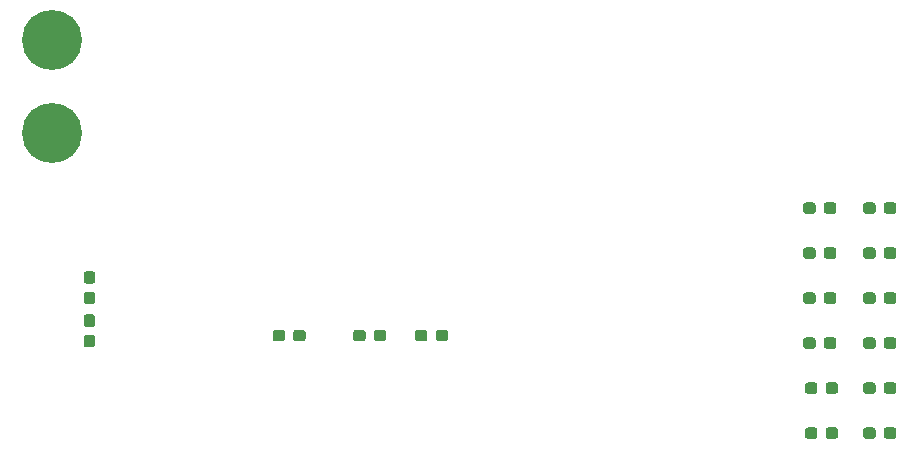
<source format=gbr>
G04 #@! TF.GenerationSoftware,KiCad,Pcbnew,(5.0.0)*
G04 #@! TF.CreationDate,2019-09-27T20:42:56-05:00*
G04 #@! TF.ProjectId,RaspberryPiBreakout_Hardware,5261737062657272795069427265616B,rev?*
G04 #@! TF.SameCoordinates,Original*
G04 #@! TF.FileFunction,Paste,Top*
G04 #@! TF.FilePolarity,Positive*
%FSLAX46Y46*%
G04 Gerber Fmt 4.6, Leading zero omitted, Abs format (unit mm)*
G04 Created by KiCad (PCBNEW (5.0.0)) date 09/27/19 20:42:56*
%MOMM*%
%LPD*%
G01*
G04 APERTURE LIST*
%ADD10C,0.100000*%
%ADD11C,0.950000*%
%ADD12C,5.080000*%
G04 APERTURE END LIST*
D10*
G04 #@! TO.C,C1*
G36*
X117940779Y-105571144D02*
X117963834Y-105574563D01*
X117986443Y-105580227D01*
X118008387Y-105588079D01*
X118029457Y-105598044D01*
X118049448Y-105610026D01*
X118068168Y-105623910D01*
X118085438Y-105639562D01*
X118101090Y-105656832D01*
X118114974Y-105675552D01*
X118126956Y-105695543D01*
X118136921Y-105716613D01*
X118144773Y-105738557D01*
X118150437Y-105761166D01*
X118153856Y-105784221D01*
X118155000Y-105807500D01*
X118155000Y-106282500D01*
X118153856Y-106305779D01*
X118150437Y-106328834D01*
X118144773Y-106351443D01*
X118136921Y-106373387D01*
X118126956Y-106394457D01*
X118114974Y-106414448D01*
X118101090Y-106433168D01*
X118085438Y-106450438D01*
X118068168Y-106466090D01*
X118049448Y-106479974D01*
X118029457Y-106491956D01*
X118008387Y-106501921D01*
X117986443Y-106509773D01*
X117963834Y-106515437D01*
X117940779Y-106518856D01*
X117917500Y-106520000D01*
X117342500Y-106520000D01*
X117319221Y-106518856D01*
X117296166Y-106515437D01*
X117273557Y-106509773D01*
X117251613Y-106501921D01*
X117230543Y-106491956D01*
X117210552Y-106479974D01*
X117191832Y-106466090D01*
X117174562Y-106450438D01*
X117158910Y-106433168D01*
X117145026Y-106414448D01*
X117133044Y-106394457D01*
X117123079Y-106373387D01*
X117115227Y-106351443D01*
X117109563Y-106328834D01*
X117106144Y-106305779D01*
X117105000Y-106282500D01*
X117105000Y-105807500D01*
X117106144Y-105784221D01*
X117109563Y-105761166D01*
X117115227Y-105738557D01*
X117123079Y-105716613D01*
X117133044Y-105695543D01*
X117145026Y-105675552D01*
X117158910Y-105656832D01*
X117174562Y-105639562D01*
X117191832Y-105623910D01*
X117210552Y-105610026D01*
X117230543Y-105598044D01*
X117251613Y-105588079D01*
X117273557Y-105580227D01*
X117296166Y-105574563D01*
X117319221Y-105571144D01*
X117342500Y-105570000D01*
X117917500Y-105570000D01*
X117940779Y-105571144D01*
X117940779Y-105571144D01*
G37*
D11*
X117630000Y-106045000D03*
D10*
G36*
X119690779Y-105571144D02*
X119713834Y-105574563D01*
X119736443Y-105580227D01*
X119758387Y-105588079D01*
X119779457Y-105598044D01*
X119799448Y-105610026D01*
X119818168Y-105623910D01*
X119835438Y-105639562D01*
X119851090Y-105656832D01*
X119864974Y-105675552D01*
X119876956Y-105695543D01*
X119886921Y-105716613D01*
X119894773Y-105738557D01*
X119900437Y-105761166D01*
X119903856Y-105784221D01*
X119905000Y-105807500D01*
X119905000Y-106282500D01*
X119903856Y-106305779D01*
X119900437Y-106328834D01*
X119894773Y-106351443D01*
X119886921Y-106373387D01*
X119876956Y-106394457D01*
X119864974Y-106414448D01*
X119851090Y-106433168D01*
X119835438Y-106450438D01*
X119818168Y-106466090D01*
X119799448Y-106479974D01*
X119779457Y-106491956D01*
X119758387Y-106501921D01*
X119736443Y-106509773D01*
X119713834Y-106515437D01*
X119690779Y-106518856D01*
X119667500Y-106520000D01*
X119092500Y-106520000D01*
X119069221Y-106518856D01*
X119046166Y-106515437D01*
X119023557Y-106509773D01*
X119001613Y-106501921D01*
X118980543Y-106491956D01*
X118960552Y-106479974D01*
X118941832Y-106466090D01*
X118924562Y-106450438D01*
X118908910Y-106433168D01*
X118895026Y-106414448D01*
X118883044Y-106394457D01*
X118873079Y-106373387D01*
X118865227Y-106351443D01*
X118859563Y-106328834D01*
X118856144Y-106305779D01*
X118855000Y-106282500D01*
X118855000Y-105807500D01*
X118856144Y-105784221D01*
X118859563Y-105761166D01*
X118865227Y-105738557D01*
X118873079Y-105716613D01*
X118883044Y-105695543D01*
X118895026Y-105675552D01*
X118908910Y-105656832D01*
X118924562Y-105639562D01*
X118941832Y-105623910D01*
X118960552Y-105610026D01*
X118980543Y-105598044D01*
X119001613Y-105588079D01*
X119023557Y-105580227D01*
X119046166Y-105574563D01*
X119069221Y-105571144D01*
X119092500Y-105570000D01*
X119667500Y-105570000D01*
X119690779Y-105571144D01*
X119690779Y-105571144D01*
G37*
D11*
X119380000Y-106045000D03*
G04 #@! TD*
D12*
G04 #@! TO.C,Conn1*
X86360000Y-81026000D03*
X86360000Y-88900000D03*
G04 #@! TD*
D10*
G04 #@! TO.C,C3*
G36*
X114455779Y-105571144D02*
X114478834Y-105574563D01*
X114501443Y-105580227D01*
X114523387Y-105588079D01*
X114544457Y-105598044D01*
X114564448Y-105610026D01*
X114583168Y-105623910D01*
X114600438Y-105639562D01*
X114616090Y-105656832D01*
X114629974Y-105675552D01*
X114641956Y-105695543D01*
X114651921Y-105716613D01*
X114659773Y-105738557D01*
X114665437Y-105761166D01*
X114668856Y-105784221D01*
X114670000Y-105807500D01*
X114670000Y-106282500D01*
X114668856Y-106305779D01*
X114665437Y-106328834D01*
X114659773Y-106351443D01*
X114651921Y-106373387D01*
X114641956Y-106394457D01*
X114629974Y-106414448D01*
X114616090Y-106433168D01*
X114600438Y-106450438D01*
X114583168Y-106466090D01*
X114564448Y-106479974D01*
X114544457Y-106491956D01*
X114523387Y-106501921D01*
X114501443Y-106509773D01*
X114478834Y-106515437D01*
X114455779Y-106518856D01*
X114432500Y-106520000D01*
X113857500Y-106520000D01*
X113834221Y-106518856D01*
X113811166Y-106515437D01*
X113788557Y-106509773D01*
X113766613Y-106501921D01*
X113745543Y-106491956D01*
X113725552Y-106479974D01*
X113706832Y-106466090D01*
X113689562Y-106450438D01*
X113673910Y-106433168D01*
X113660026Y-106414448D01*
X113648044Y-106394457D01*
X113638079Y-106373387D01*
X113630227Y-106351443D01*
X113624563Y-106328834D01*
X113621144Y-106305779D01*
X113620000Y-106282500D01*
X113620000Y-105807500D01*
X113621144Y-105784221D01*
X113624563Y-105761166D01*
X113630227Y-105738557D01*
X113638079Y-105716613D01*
X113648044Y-105695543D01*
X113660026Y-105675552D01*
X113673910Y-105656832D01*
X113689562Y-105639562D01*
X113706832Y-105623910D01*
X113725552Y-105610026D01*
X113745543Y-105598044D01*
X113766613Y-105588079D01*
X113788557Y-105580227D01*
X113811166Y-105574563D01*
X113834221Y-105571144D01*
X113857500Y-105570000D01*
X114432500Y-105570000D01*
X114455779Y-105571144D01*
X114455779Y-105571144D01*
G37*
D11*
X114145000Y-106045000D03*
D10*
G36*
X112705779Y-105571144D02*
X112728834Y-105574563D01*
X112751443Y-105580227D01*
X112773387Y-105588079D01*
X112794457Y-105598044D01*
X112814448Y-105610026D01*
X112833168Y-105623910D01*
X112850438Y-105639562D01*
X112866090Y-105656832D01*
X112879974Y-105675552D01*
X112891956Y-105695543D01*
X112901921Y-105716613D01*
X112909773Y-105738557D01*
X112915437Y-105761166D01*
X112918856Y-105784221D01*
X112920000Y-105807500D01*
X112920000Y-106282500D01*
X112918856Y-106305779D01*
X112915437Y-106328834D01*
X112909773Y-106351443D01*
X112901921Y-106373387D01*
X112891956Y-106394457D01*
X112879974Y-106414448D01*
X112866090Y-106433168D01*
X112850438Y-106450438D01*
X112833168Y-106466090D01*
X112814448Y-106479974D01*
X112794457Y-106491956D01*
X112773387Y-106501921D01*
X112751443Y-106509773D01*
X112728834Y-106515437D01*
X112705779Y-106518856D01*
X112682500Y-106520000D01*
X112107500Y-106520000D01*
X112084221Y-106518856D01*
X112061166Y-106515437D01*
X112038557Y-106509773D01*
X112016613Y-106501921D01*
X111995543Y-106491956D01*
X111975552Y-106479974D01*
X111956832Y-106466090D01*
X111939562Y-106450438D01*
X111923910Y-106433168D01*
X111910026Y-106414448D01*
X111898044Y-106394457D01*
X111888079Y-106373387D01*
X111880227Y-106351443D01*
X111874563Y-106328834D01*
X111871144Y-106305779D01*
X111870000Y-106282500D01*
X111870000Y-105807500D01*
X111871144Y-105784221D01*
X111874563Y-105761166D01*
X111880227Y-105738557D01*
X111888079Y-105716613D01*
X111898044Y-105695543D01*
X111910026Y-105675552D01*
X111923910Y-105656832D01*
X111939562Y-105639562D01*
X111956832Y-105623910D01*
X111975552Y-105610026D01*
X111995543Y-105598044D01*
X112016613Y-105588079D01*
X112038557Y-105580227D01*
X112061166Y-105574563D01*
X112084221Y-105571144D01*
X112107500Y-105570000D01*
X112682500Y-105570000D01*
X112705779Y-105571144D01*
X112705779Y-105571144D01*
G37*
D11*
X112395000Y-106045000D03*
G04 #@! TD*
D10*
G04 #@! TO.C,C4*
G36*
X107625779Y-105571144D02*
X107648834Y-105574563D01*
X107671443Y-105580227D01*
X107693387Y-105588079D01*
X107714457Y-105598044D01*
X107734448Y-105610026D01*
X107753168Y-105623910D01*
X107770438Y-105639562D01*
X107786090Y-105656832D01*
X107799974Y-105675552D01*
X107811956Y-105695543D01*
X107821921Y-105716613D01*
X107829773Y-105738557D01*
X107835437Y-105761166D01*
X107838856Y-105784221D01*
X107840000Y-105807500D01*
X107840000Y-106282500D01*
X107838856Y-106305779D01*
X107835437Y-106328834D01*
X107829773Y-106351443D01*
X107821921Y-106373387D01*
X107811956Y-106394457D01*
X107799974Y-106414448D01*
X107786090Y-106433168D01*
X107770438Y-106450438D01*
X107753168Y-106466090D01*
X107734448Y-106479974D01*
X107714457Y-106491956D01*
X107693387Y-106501921D01*
X107671443Y-106509773D01*
X107648834Y-106515437D01*
X107625779Y-106518856D01*
X107602500Y-106520000D01*
X107027500Y-106520000D01*
X107004221Y-106518856D01*
X106981166Y-106515437D01*
X106958557Y-106509773D01*
X106936613Y-106501921D01*
X106915543Y-106491956D01*
X106895552Y-106479974D01*
X106876832Y-106466090D01*
X106859562Y-106450438D01*
X106843910Y-106433168D01*
X106830026Y-106414448D01*
X106818044Y-106394457D01*
X106808079Y-106373387D01*
X106800227Y-106351443D01*
X106794563Y-106328834D01*
X106791144Y-106305779D01*
X106790000Y-106282500D01*
X106790000Y-105807500D01*
X106791144Y-105784221D01*
X106794563Y-105761166D01*
X106800227Y-105738557D01*
X106808079Y-105716613D01*
X106818044Y-105695543D01*
X106830026Y-105675552D01*
X106843910Y-105656832D01*
X106859562Y-105639562D01*
X106876832Y-105623910D01*
X106895552Y-105610026D01*
X106915543Y-105598044D01*
X106936613Y-105588079D01*
X106958557Y-105580227D01*
X106981166Y-105574563D01*
X107004221Y-105571144D01*
X107027500Y-105570000D01*
X107602500Y-105570000D01*
X107625779Y-105571144D01*
X107625779Y-105571144D01*
G37*
D11*
X107315000Y-106045000D03*
D10*
G36*
X105875779Y-105571144D02*
X105898834Y-105574563D01*
X105921443Y-105580227D01*
X105943387Y-105588079D01*
X105964457Y-105598044D01*
X105984448Y-105610026D01*
X106003168Y-105623910D01*
X106020438Y-105639562D01*
X106036090Y-105656832D01*
X106049974Y-105675552D01*
X106061956Y-105695543D01*
X106071921Y-105716613D01*
X106079773Y-105738557D01*
X106085437Y-105761166D01*
X106088856Y-105784221D01*
X106090000Y-105807500D01*
X106090000Y-106282500D01*
X106088856Y-106305779D01*
X106085437Y-106328834D01*
X106079773Y-106351443D01*
X106071921Y-106373387D01*
X106061956Y-106394457D01*
X106049974Y-106414448D01*
X106036090Y-106433168D01*
X106020438Y-106450438D01*
X106003168Y-106466090D01*
X105984448Y-106479974D01*
X105964457Y-106491956D01*
X105943387Y-106501921D01*
X105921443Y-106509773D01*
X105898834Y-106515437D01*
X105875779Y-106518856D01*
X105852500Y-106520000D01*
X105277500Y-106520000D01*
X105254221Y-106518856D01*
X105231166Y-106515437D01*
X105208557Y-106509773D01*
X105186613Y-106501921D01*
X105165543Y-106491956D01*
X105145552Y-106479974D01*
X105126832Y-106466090D01*
X105109562Y-106450438D01*
X105093910Y-106433168D01*
X105080026Y-106414448D01*
X105068044Y-106394457D01*
X105058079Y-106373387D01*
X105050227Y-106351443D01*
X105044563Y-106328834D01*
X105041144Y-106305779D01*
X105040000Y-106282500D01*
X105040000Y-105807500D01*
X105041144Y-105784221D01*
X105044563Y-105761166D01*
X105050227Y-105738557D01*
X105058079Y-105716613D01*
X105068044Y-105695543D01*
X105080026Y-105675552D01*
X105093910Y-105656832D01*
X105109562Y-105639562D01*
X105126832Y-105623910D01*
X105145552Y-105610026D01*
X105165543Y-105598044D01*
X105186613Y-105588079D01*
X105208557Y-105580227D01*
X105231166Y-105574563D01*
X105254221Y-105571144D01*
X105277500Y-105570000D01*
X105852500Y-105570000D01*
X105875779Y-105571144D01*
X105875779Y-105571144D01*
G37*
D11*
X105565000Y-106045000D03*
G04 #@! TD*
D10*
G04 #@! TO.C,D1*
G36*
X157635779Y-94776144D02*
X157658834Y-94779563D01*
X157681443Y-94785227D01*
X157703387Y-94793079D01*
X157724457Y-94803044D01*
X157744448Y-94815026D01*
X157763168Y-94828910D01*
X157780438Y-94844562D01*
X157796090Y-94861832D01*
X157809974Y-94880552D01*
X157821956Y-94900543D01*
X157831921Y-94921613D01*
X157839773Y-94943557D01*
X157845437Y-94966166D01*
X157848856Y-94989221D01*
X157850000Y-95012500D01*
X157850000Y-95487500D01*
X157848856Y-95510779D01*
X157845437Y-95533834D01*
X157839773Y-95556443D01*
X157831921Y-95578387D01*
X157821956Y-95599457D01*
X157809974Y-95619448D01*
X157796090Y-95638168D01*
X157780438Y-95655438D01*
X157763168Y-95671090D01*
X157744448Y-95684974D01*
X157724457Y-95696956D01*
X157703387Y-95706921D01*
X157681443Y-95714773D01*
X157658834Y-95720437D01*
X157635779Y-95723856D01*
X157612500Y-95725000D01*
X157037500Y-95725000D01*
X157014221Y-95723856D01*
X156991166Y-95720437D01*
X156968557Y-95714773D01*
X156946613Y-95706921D01*
X156925543Y-95696956D01*
X156905552Y-95684974D01*
X156886832Y-95671090D01*
X156869562Y-95655438D01*
X156853910Y-95638168D01*
X156840026Y-95619448D01*
X156828044Y-95599457D01*
X156818079Y-95578387D01*
X156810227Y-95556443D01*
X156804563Y-95533834D01*
X156801144Y-95510779D01*
X156800000Y-95487500D01*
X156800000Y-95012500D01*
X156801144Y-94989221D01*
X156804563Y-94966166D01*
X156810227Y-94943557D01*
X156818079Y-94921613D01*
X156828044Y-94900543D01*
X156840026Y-94880552D01*
X156853910Y-94861832D01*
X156869562Y-94844562D01*
X156886832Y-94828910D01*
X156905552Y-94815026D01*
X156925543Y-94803044D01*
X156946613Y-94793079D01*
X156968557Y-94785227D01*
X156991166Y-94779563D01*
X157014221Y-94776144D01*
X157037500Y-94775000D01*
X157612500Y-94775000D01*
X157635779Y-94776144D01*
X157635779Y-94776144D01*
G37*
D11*
X157325000Y-95250000D03*
D10*
G36*
X155885779Y-94776144D02*
X155908834Y-94779563D01*
X155931443Y-94785227D01*
X155953387Y-94793079D01*
X155974457Y-94803044D01*
X155994448Y-94815026D01*
X156013168Y-94828910D01*
X156030438Y-94844562D01*
X156046090Y-94861832D01*
X156059974Y-94880552D01*
X156071956Y-94900543D01*
X156081921Y-94921613D01*
X156089773Y-94943557D01*
X156095437Y-94966166D01*
X156098856Y-94989221D01*
X156100000Y-95012500D01*
X156100000Y-95487500D01*
X156098856Y-95510779D01*
X156095437Y-95533834D01*
X156089773Y-95556443D01*
X156081921Y-95578387D01*
X156071956Y-95599457D01*
X156059974Y-95619448D01*
X156046090Y-95638168D01*
X156030438Y-95655438D01*
X156013168Y-95671090D01*
X155994448Y-95684974D01*
X155974457Y-95696956D01*
X155953387Y-95706921D01*
X155931443Y-95714773D01*
X155908834Y-95720437D01*
X155885779Y-95723856D01*
X155862500Y-95725000D01*
X155287500Y-95725000D01*
X155264221Y-95723856D01*
X155241166Y-95720437D01*
X155218557Y-95714773D01*
X155196613Y-95706921D01*
X155175543Y-95696956D01*
X155155552Y-95684974D01*
X155136832Y-95671090D01*
X155119562Y-95655438D01*
X155103910Y-95638168D01*
X155090026Y-95619448D01*
X155078044Y-95599457D01*
X155068079Y-95578387D01*
X155060227Y-95556443D01*
X155054563Y-95533834D01*
X155051144Y-95510779D01*
X155050000Y-95487500D01*
X155050000Y-95012500D01*
X155051144Y-94989221D01*
X155054563Y-94966166D01*
X155060227Y-94943557D01*
X155068079Y-94921613D01*
X155078044Y-94900543D01*
X155090026Y-94880552D01*
X155103910Y-94861832D01*
X155119562Y-94844562D01*
X155136832Y-94828910D01*
X155155552Y-94815026D01*
X155175543Y-94803044D01*
X155196613Y-94793079D01*
X155218557Y-94785227D01*
X155241166Y-94779563D01*
X155264221Y-94776144D01*
X155287500Y-94775000D01*
X155862500Y-94775000D01*
X155885779Y-94776144D01*
X155885779Y-94776144D01*
G37*
D11*
X155575000Y-95250000D03*
G04 #@! TD*
D10*
G04 #@! TO.C,D3*
G36*
X157635779Y-98586144D02*
X157658834Y-98589563D01*
X157681443Y-98595227D01*
X157703387Y-98603079D01*
X157724457Y-98613044D01*
X157744448Y-98625026D01*
X157763168Y-98638910D01*
X157780438Y-98654562D01*
X157796090Y-98671832D01*
X157809974Y-98690552D01*
X157821956Y-98710543D01*
X157831921Y-98731613D01*
X157839773Y-98753557D01*
X157845437Y-98776166D01*
X157848856Y-98799221D01*
X157850000Y-98822500D01*
X157850000Y-99297500D01*
X157848856Y-99320779D01*
X157845437Y-99343834D01*
X157839773Y-99366443D01*
X157831921Y-99388387D01*
X157821956Y-99409457D01*
X157809974Y-99429448D01*
X157796090Y-99448168D01*
X157780438Y-99465438D01*
X157763168Y-99481090D01*
X157744448Y-99494974D01*
X157724457Y-99506956D01*
X157703387Y-99516921D01*
X157681443Y-99524773D01*
X157658834Y-99530437D01*
X157635779Y-99533856D01*
X157612500Y-99535000D01*
X157037500Y-99535000D01*
X157014221Y-99533856D01*
X156991166Y-99530437D01*
X156968557Y-99524773D01*
X156946613Y-99516921D01*
X156925543Y-99506956D01*
X156905552Y-99494974D01*
X156886832Y-99481090D01*
X156869562Y-99465438D01*
X156853910Y-99448168D01*
X156840026Y-99429448D01*
X156828044Y-99409457D01*
X156818079Y-99388387D01*
X156810227Y-99366443D01*
X156804563Y-99343834D01*
X156801144Y-99320779D01*
X156800000Y-99297500D01*
X156800000Y-98822500D01*
X156801144Y-98799221D01*
X156804563Y-98776166D01*
X156810227Y-98753557D01*
X156818079Y-98731613D01*
X156828044Y-98710543D01*
X156840026Y-98690552D01*
X156853910Y-98671832D01*
X156869562Y-98654562D01*
X156886832Y-98638910D01*
X156905552Y-98625026D01*
X156925543Y-98613044D01*
X156946613Y-98603079D01*
X156968557Y-98595227D01*
X156991166Y-98589563D01*
X157014221Y-98586144D01*
X157037500Y-98585000D01*
X157612500Y-98585000D01*
X157635779Y-98586144D01*
X157635779Y-98586144D01*
G37*
D11*
X157325000Y-99060000D03*
D10*
G36*
X155885779Y-98586144D02*
X155908834Y-98589563D01*
X155931443Y-98595227D01*
X155953387Y-98603079D01*
X155974457Y-98613044D01*
X155994448Y-98625026D01*
X156013168Y-98638910D01*
X156030438Y-98654562D01*
X156046090Y-98671832D01*
X156059974Y-98690552D01*
X156071956Y-98710543D01*
X156081921Y-98731613D01*
X156089773Y-98753557D01*
X156095437Y-98776166D01*
X156098856Y-98799221D01*
X156100000Y-98822500D01*
X156100000Y-99297500D01*
X156098856Y-99320779D01*
X156095437Y-99343834D01*
X156089773Y-99366443D01*
X156081921Y-99388387D01*
X156071956Y-99409457D01*
X156059974Y-99429448D01*
X156046090Y-99448168D01*
X156030438Y-99465438D01*
X156013168Y-99481090D01*
X155994448Y-99494974D01*
X155974457Y-99506956D01*
X155953387Y-99516921D01*
X155931443Y-99524773D01*
X155908834Y-99530437D01*
X155885779Y-99533856D01*
X155862500Y-99535000D01*
X155287500Y-99535000D01*
X155264221Y-99533856D01*
X155241166Y-99530437D01*
X155218557Y-99524773D01*
X155196613Y-99516921D01*
X155175543Y-99506956D01*
X155155552Y-99494974D01*
X155136832Y-99481090D01*
X155119562Y-99465438D01*
X155103910Y-99448168D01*
X155090026Y-99429448D01*
X155078044Y-99409457D01*
X155068079Y-99388387D01*
X155060227Y-99366443D01*
X155054563Y-99343834D01*
X155051144Y-99320779D01*
X155050000Y-99297500D01*
X155050000Y-98822500D01*
X155051144Y-98799221D01*
X155054563Y-98776166D01*
X155060227Y-98753557D01*
X155068079Y-98731613D01*
X155078044Y-98710543D01*
X155090026Y-98690552D01*
X155103910Y-98671832D01*
X155119562Y-98654562D01*
X155136832Y-98638910D01*
X155155552Y-98625026D01*
X155175543Y-98613044D01*
X155196613Y-98603079D01*
X155218557Y-98595227D01*
X155241166Y-98589563D01*
X155264221Y-98586144D01*
X155287500Y-98585000D01*
X155862500Y-98585000D01*
X155885779Y-98586144D01*
X155885779Y-98586144D01*
G37*
D11*
X155575000Y-99060000D03*
G04 #@! TD*
D10*
G04 #@! TO.C,D4*
G36*
X155885779Y-113826144D02*
X155908834Y-113829563D01*
X155931443Y-113835227D01*
X155953387Y-113843079D01*
X155974457Y-113853044D01*
X155994448Y-113865026D01*
X156013168Y-113878910D01*
X156030438Y-113894562D01*
X156046090Y-113911832D01*
X156059974Y-113930552D01*
X156071956Y-113950543D01*
X156081921Y-113971613D01*
X156089773Y-113993557D01*
X156095437Y-114016166D01*
X156098856Y-114039221D01*
X156100000Y-114062500D01*
X156100000Y-114537500D01*
X156098856Y-114560779D01*
X156095437Y-114583834D01*
X156089773Y-114606443D01*
X156081921Y-114628387D01*
X156071956Y-114649457D01*
X156059974Y-114669448D01*
X156046090Y-114688168D01*
X156030438Y-114705438D01*
X156013168Y-114721090D01*
X155994448Y-114734974D01*
X155974457Y-114746956D01*
X155953387Y-114756921D01*
X155931443Y-114764773D01*
X155908834Y-114770437D01*
X155885779Y-114773856D01*
X155862500Y-114775000D01*
X155287500Y-114775000D01*
X155264221Y-114773856D01*
X155241166Y-114770437D01*
X155218557Y-114764773D01*
X155196613Y-114756921D01*
X155175543Y-114746956D01*
X155155552Y-114734974D01*
X155136832Y-114721090D01*
X155119562Y-114705438D01*
X155103910Y-114688168D01*
X155090026Y-114669448D01*
X155078044Y-114649457D01*
X155068079Y-114628387D01*
X155060227Y-114606443D01*
X155054563Y-114583834D01*
X155051144Y-114560779D01*
X155050000Y-114537500D01*
X155050000Y-114062500D01*
X155051144Y-114039221D01*
X155054563Y-114016166D01*
X155060227Y-113993557D01*
X155068079Y-113971613D01*
X155078044Y-113950543D01*
X155090026Y-113930552D01*
X155103910Y-113911832D01*
X155119562Y-113894562D01*
X155136832Y-113878910D01*
X155155552Y-113865026D01*
X155175543Y-113853044D01*
X155196613Y-113843079D01*
X155218557Y-113835227D01*
X155241166Y-113829563D01*
X155264221Y-113826144D01*
X155287500Y-113825000D01*
X155862500Y-113825000D01*
X155885779Y-113826144D01*
X155885779Y-113826144D01*
G37*
D11*
X155575000Y-114300000D03*
D10*
G36*
X157635779Y-113826144D02*
X157658834Y-113829563D01*
X157681443Y-113835227D01*
X157703387Y-113843079D01*
X157724457Y-113853044D01*
X157744448Y-113865026D01*
X157763168Y-113878910D01*
X157780438Y-113894562D01*
X157796090Y-113911832D01*
X157809974Y-113930552D01*
X157821956Y-113950543D01*
X157831921Y-113971613D01*
X157839773Y-113993557D01*
X157845437Y-114016166D01*
X157848856Y-114039221D01*
X157850000Y-114062500D01*
X157850000Y-114537500D01*
X157848856Y-114560779D01*
X157845437Y-114583834D01*
X157839773Y-114606443D01*
X157831921Y-114628387D01*
X157821956Y-114649457D01*
X157809974Y-114669448D01*
X157796090Y-114688168D01*
X157780438Y-114705438D01*
X157763168Y-114721090D01*
X157744448Y-114734974D01*
X157724457Y-114746956D01*
X157703387Y-114756921D01*
X157681443Y-114764773D01*
X157658834Y-114770437D01*
X157635779Y-114773856D01*
X157612500Y-114775000D01*
X157037500Y-114775000D01*
X157014221Y-114773856D01*
X156991166Y-114770437D01*
X156968557Y-114764773D01*
X156946613Y-114756921D01*
X156925543Y-114746956D01*
X156905552Y-114734974D01*
X156886832Y-114721090D01*
X156869562Y-114705438D01*
X156853910Y-114688168D01*
X156840026Y-114669448D01*
X156828044Y-114649457D01*
X156818079Y-114628387D01*
X156810227Y-114606443D01*
X156804563Y-114583834D01*
X156801144Y-114560779D01*
X156800000Y-114537500D01*
X156800000Y-114062500D01*
X156801144Y-114039221D01*
X156804563Y-114016166D01*
X156810227Y-113993557D01*
X156818079Y-113971613D01*
X156828044Y-113950543D01*
X156840026Y-113930552D01*
X156853910Y-113911832D01*
X156869562Y-113894562D01*
X156886832Y-113878910D01*
X156905552Y-113865026D01*
X156925543Y-113853044D01*
X156946613Y-113843079D01*
X156968557Y-113835227D01*
X156991166Y-113829563D01*
X157014221Y-113826144D01*
X157037500Y-113825000D01*
X157612500Y-113825000D01*
X157635779Y-113826144D01*
X157635779Y-113826144D01*
G37*
D11*
X157325000Y-114300000D03*
G04 #@! TD*
D10*
G04 #@! TO.C,D5*
G36*
X157635779Y-110016144D02*
X157658834Y-110019563D01*
X157681443Y-110025227D01*
X157703387Y-110033079D01*
X157724457Y-110043044D01*
X157744448Y-110055026D01*
X157763168Y-110068910D01*
X157780438Y-110084562D01*
X157796090Y-110101832D01*
X157809974Y-110120552D01*
X157821956Y-110140543D01*
X157831921Y-110161613D01*
X157839773Y-110183557D01*
X157845437Y-110206166D01*
X157848856Y-110229221D01*
X157850000Y-110252500D01*
X157850000Y-110727500D01*
X157848856Y-110750779D01*
X157845437Y-110773834D01*
X157839773Y-110796443D01*
X157831921Y-110818387D01*
X157821956Y-110839457D01*
X157809974Y-110859448D01*
X157796090Y-110878168D01*
X157780438Y-110895438D01*
X157763168Y-110911090D01*
X157744448Y-110924974D01*
X157724457Y-110936956D01*
X157703387Y-110946921D01*
X157681443Y-110954773D01*
X157658834Y-110960437D01*
X157635779Y-110963856D01*
X157612500Y-110965000D01*
X157037500Y-110965000D01*
X157014221Y-110963856D01*
X156991166Y-110960437D01*
X156968557Y-110954773D01*
X156946613Y-110946921D01*
X156925543Y-110936956D01*
X156905552Y-110924974D01*
X156886832Y-110911090D01*
X156869562Y-110895438D01*
X156853910Y-110878168D01*
X156840026Y-110859448D01*
X156828044Y-110839457D01*
X156818079Y-110818387D01*
X156810227Y-110796443D01*
X156804563Y-110773834D01*
X156801144Y-110750779D01*
X156800000Y-110727500D01*
X156800000Y-110252500D01*
X156801144Y-110229221D01*
X156804563Y-110206166D01*
X156810227Y-110183557D01*
X156818079Y-110161613D01*
X156828044Y-110140543D01*
X156840026Y-110120552D01*
X156853910Y-110101832D01*
X156869562Y-110084562D01*
X156886832Y-110068910D01*
X156905552Y-110055026D01*
X156925543Y-110043044D01*
X156946613Y-110033079D01*
X156968557Y-110025227D01*
X156991166Y-110019563D01*
X157014221Y-110016144D01*
X157037500Y-110015000D01*
X157612500Y-110015000D01*
X157635779Y-110016144D01*
X157635779Y-110016144D01*
G37*
D11*
X157325000Y-110490000D03*
D10*
G36*
X155885779Y-110016144D02*
X155908834Y-110019563D01*
X155931443Y-110025227D01*
X155953387Y-110033079D01*
X155974457Y-110043044D01*
X155994448Y-110055026D01*
X156013168Y-110068910D01*
X156030438Y-110084562D01*
X156046090Y-110101832D01*
X156059974Y-110120552D01*
X156071956Y-110140543D01*
X156081921Y-110161613D01*
X156089773Y-110183557D01*
X156095437Y-110206166D01*
X156098856Y-110229221D01*
X156100000Y-110252500D01*
X156100000Y-110727500D01*
X156098856Y-110750779D01*
X156095437Y-110773834D01*
X156089773Y-110796443D01*
X156081921Y-110818387D01*
X156071956Y-110839457D01*
X156059974Y-110859448D01*
X156046090Y-110878168D01*
X156030438Y-110895438D01*
X156013168Y-110911090D01*
X155994448Y-110924974D01*
X155974457Y-110936956D01*
X155953387Y-110946921D01*
X155931443Y-110954773D01*
X155908834Y-110960437D01*
X155885779Y-110963856D01*
X155862500Y-110965000D01*
X155287500Y-110965000D01*
X155264221Y-110963856D01*
X155241166Y-110960437D01*
X155218557Y-110954773D01*
X155196613Y-110946921D01*
X155175543Y-110936956D01*
X155155552Y-110924974D01*
X155136832Y-110911090D01*
X155119562Y-110895438D01*
X155103910Y-110878168D01*
X155090026Y-110859448D01*
X155078044Y-110839457D01*
X155068079Y-110818387D01*
X155060227Y-110796443D01*
X155054563Y-110773834D01*
X155051144Y-110750779D01*
X155050000Y-110727500D01*
X155050000Y-110252500D01*
X155051144Y-110229221D01*
X155054563Y-110206166D01*
X155060227Y-110183557D01*
X155068079Y-110161613D01*
X155078044Y-110140543D01*
X155090026Y-110120552D01*
X155103910Y-110101832D01*
X155119562Y-110084562D01*
X155136832Y-110068910D01*
X155155552Y-110055026D01*
X155175543Y-110043044D01*
X155196613Y-110033079D01*
X155218557Y-110025227D01*
X155241166Y-110019563D01*
X155264221Y-110016144D01*
X155287500Y-110015000D01*
X155862500Y-110015000D01*
X155885779Y-110016144D01*
X155885779Y-110016144D01*
G37*
D11*
X155575000Y-110490000D03*
G04 #@! TD*
D10*
G04 #@! TO.C,R1*
G36*
X150805779Y-94776144D02*
X150828834Y-94779563D01*
X150851443Y-94785227D01*
X150873387Y-94793079D01*
X150894457Y-94803044D01*
X150914448Y-94815026D01*
X150933168Y-94828910D01*
X150950438Y-94844562D01*
X150966090Y-94861832D01*
X150979974Y-94880552D01*
X150991956Y-94900543D01*
X151001921Y-94921613D01*
X151009773Y-94943557D01*
X151015437Y-94966166D01*
X151018856Y-94989221D01*
X151020000Y-95012500D01*
X151020000Y-95487500D01*
X151018856Y-95510779D01*
X151015437Y-95533834D01*
X151009773Y-95556443D01*
X151001921Y-95578387D01*
X150991956Y-95599457D01*
X150979974Y-95619448D01*
X150966090Y-95638168D01*
X150950438Y-95655438D01*
X150933168Y-95671090D01*
X150914448Y-95684974D01*
X150894457Y-95696956D01*
X150873387Y-95706921D01*
X150851443Y-95714773D01*
X150828834Y-95720437D01*
X150805779Y-95723856D01*
X150782500Y-95725000D01*
X150207500Y-95725000D01*
X150184221Y-95723856D01*
X150161166Y-95720437D01*
X150138557Y-95714773D01*
X150116613Y-95706921D01*
X150095543Y-95696956D01*
X150075552Y-95684974D01*
X150056832Y-95671090D01*
X150039562Y-95655438D01*
X150023910Y-95638168D01*
X150010026Y-95619448D01*
X149998044Y-95599457D01*
X149988079Y-95578387D01*
X149980227Y-95556443D01*
X149974563Y-95533834D01*
X149971144Y-95510779D01*
X149970000Y-95487500D01*
X149970000Y-95012500D01*
X149971144Y-94989221D01*
X149974563Y-94966166D01*
X149980227Y-94943557D01*
X149988079Y-94921613D01*
X149998044Y-94900543D01*
X150010026Y-94880552D01*
X150023910Y-94861832D01*
X150039562Y-94844562D01*
X150056832Y-94828910D01*
X150075552Y-94815026D01*
X150095543Y-94803044D01*
X150116613Y-94793079D01*
X150138557Y-94785227D01*
X150161166Y-94779563D01*
X150184221Y-94776144D01*
X150207500Y-94775000D01*
X150782500Y-94775000D01*
X150805779Y-94776144D01*
X150805779Y-94776144D01*
G37*
D11*
X150495000Y-95250000D03*
D10*
G36*
X152555779Y-94776144D02*
X152578834Y-94779563D01*
X152601443Y-94785227D01*
X152623387Y-94793079D01*
X152644457Y-94803044D01*
X152664448Y-94815026D01*
X152683168Y-94828910D01*
X152700438Y-94844562D01*
X152716090Y-94861832D01*
X152729974Y-94880552D01*
X152741956Y-94900543D01*
X152751921Y-94921613D01*
X152759773Y-94943557D01*
X152765437Y-94966166D01*
X152768856Y-94989221D01*
X152770000Y-95012500D01*
X152770000Y-95487500D01*
X152768856Y-95510779D01*
X152765437Y-95533834D01*
X152759773Y-95556443D01*
X152751921Y-95578387D01*
X152741956Y-95599457D01*
X152729974Y-95619448D01*
X152716090Y-95638168D01*
X152700438Y-95655438D01*
X152683168Y-95671090D01*
X152664448Y-95684974D01*
X152644457Y-95696956D01*
X152623387Y-95706921D01*
X152601443Y-95714773D01*
X152578834Y-95720437D01*
X152555779Y-95723856D01*
X152532500Y-95725000D01*
X151957500Y-95725000D01*
X151934221Y-95723856D01*
X151911166Y-95720437D01*
X151888557Y-95714773D01*
X151866613Y-95706921D01*
X151845543Y-95696956D01*
X151825552Y-95684974D01*
X151806832Y-95671090D01*
X151789562Y-95655438D01*
X151773910Y-95638168D01*
X151760026Y-95619448D01*
X151748044Y-95599457D01*
X151738079Y-95578387D01*
X151730227Y-95556443D01*
X151724563Y-95533834D01*
X151721144Y-95510779D01*
X151720000Y-95487500D01*
X151720000Y-95012500D01*
X151721144Y-94989221D01*
X151724563Y-94966166D01*
X151730227Y-94943557D01*
X151738079Y-94921613D01*
X151748044Y-94900543D01*
X151760026Y-94880552D01*
X151773910Y-94861832D01*
X151789562Y-94844562D01*
X151806832Y-94828910D01*
X151825552Y-94815026D01*
X151845543Y-94803044D01*
X151866613Y-94793079D01*
X151888557Y-94785227D01*
X151911166Y-94779563D01*
X151934221Y-94776144D01*
X151957500Y-94775000D01*
X152532500Y-94775000D01*
X152555779Y-94776144D01*
X152555779Y-94776144D01*
G37*
D11*
X152245000Y-95250000D03*
G04 #@! TD*
D10*
G04 #@! TO.C,R3*
G36*
X150805779Y-98586144D02*
X150828834Y-98589563D01*
X150851443Y-98595227D01*
X150873387Y-98603079D01*
X150894457Y-98613044D01*
X150914448Y-98625026D01*
X150933168Y-98638910D01*
X150950438Y-98654562D01*
X150966090Y-98671832D01*
X150979974Y-98690552D01*
X150991956Y-98710543D01*
X151001921Y-98731613D01*
X151009773Y-98753557D01*
X151015437Y-98776166D01*
X151018856Y-98799221D01*
X151020000Y-98822500D01*
X151020000Y-99297500D01*
X151018856Y-99320779D01*
X151015437Y-99343834D01*
X151009773Y-99366443D01*
X151001921Y-99388387D01*
X150991956Y-99409457D01*
X150979974Y-99429448D01*
X150966090Y-99448168D01*
X150950438Y-99465438D01*
X150933168Y-99481090D01*
X150914448Y-99494974D01*
X150894457Y-99506956D01*
X150873387Y-99516921D01*
X150851443Y-99524773D01*
X150828834Y-99530437D01*
X150805779Y-99533856D01*
X150782500Y-99535000D01*
X150207500Y-99535000D01*
X150184221Y-99533856D01*
X150161166Y-99530437D01*
X150138557Y-99524773D01*
X150116613Y-99516921D01*
X150095543Y-99506956D01*
X150075552Y-99494974D01*
X150056832Y-99481090D01*
X150039562Y-99465438D01*
X150023910Y-99448168D01*
X150010026Y-99429448D01*
X149998044Y-99409457D01*
X149988079Y-99388387D01*
X149980227Y-99366443D01*
X149974563Y-99343834D01*
X149971144Y-99320779D01*
X149970000Y-99297500D01*
X149970000Y-98822500D01*
X149971144Y-98799221D01*
X149974563Y-98776166D01*
X149980227Y-98753557D01*
X149988079Y-98731613D01*
X149998044Y-98710543D01*
X150010026Y-98690552D01*
X150023910Y-98671832D01*
X150039562Y-98654562D01*
X150056832Y-98638910D01*
X150075552Y-98625026D01*
X150095543Y-98613044D01*
X150116613Y-98603079D01*
X150138557Y-98595227D01*
X150161166Y-98589563D01*
X150184221Y-98586144D01*
X150207500Y-98585000D01*
X150782500Y-98585000D01*
X150805779Y-98586144D01*
X150805779Y-98586144D01*
G37*
D11*
X150495000Y-99060000D03*
D10*
G36*
X152555779Y-98586144D02*
X152578834Y-98589563D01*
X152601443Y-98595227D01*
X152623387Y-98603079D01*
X152644457Y-98613044D01*
X152664448Y-98625026D01*
X152683168Y-98638910D01*
X152700438Y-98654562D01*
X152716090Y-98671832D01*
X152729974Y-98690552D01*
X152741956Y-98710543D01*
X152751921Y-98731613D01*
X152759773Y-98753557D01*
X152765437Y-98776166D01*
X152768856Y-98799221D01*
X152770000Y-98822500D01*
X152770000Y-99297500D01*
X152768856Y-99320779D01*
X152765437Y-99343834D01*
X152759773Y-99366443D01*
X152751921Y-99388387D01*
X152741956Y-99409457D01*
X152729974Y-99429448D01*
X152716090Y-99448168D01*
X152700438Y-99465438D01*
X152683168Y-99481090D01*
X152664448Y-99494974D01*
X152644457Y-99506956D01*
X152623387Y-99516921D01*
X152601443Y-99524773D01*
X152578834Y-99530437D01*
X152555779Y-99533856D01*
X152532500Y-99535000D01*
X151957500Y-99535000D01*
X151934221Y-99533856D01*
X151911166Y-99530437D01*
X151888557Y-99524773D01*
X151866613Y-99516921D01*
X151845543Y-99506956D01*
X151825552Y-99494974D01*
X151806832Y-99481090D01*
X151789562Y-99465438D01*
X151773910Y-99448168D01*
X151760026Y-99429448D01*
X151748044Y-99409457D01*
X151738079Y-99388387D01*
X151730227Y-99366443D01*
X151724563Y-99343834D01*
X151721144Y-99320779D01*
X151720000Y-99297500D01*
X151720000Y-98822500D01*
X151721144Y-98799221D01*
X151724563Y-98776166D01*
X151730227Y-98753557D01*
X151738079Y-98731613D01*
X151748044Y-98710543D01*
X151760026Y-98690552D01*
X151773910Y-98671832D01*
X151789562Y-98654562D01*
X151806832Y-98638910D01*
X151825552Y-98625026D01*
X151845543Y-98613044D01*
X151866613Y-98603079D01*
X151888557Y-98595227D01*
X151911166Y-98589563D01*
X151934221Y-98586144D01*
X151957500Y-98585000D01*
X152532500Y-98585000D01*
X152555779Y-98586144D01*
X152555779Y-98586144D01*
G37*
D11*
X152245000Y-99060000D03*
G04 #@! TD*
D10*
G04 #@! TO.C,R4*
G36*
X152710779Y-113826144D02*
X152733834Y-113829563D01*
X152756443Y-113835227D01*
X152778387Y-113843079D01*
X152799457Y-113853044D01*
X152819448Y-113865026D01*
X152838168Y-113878910D01*
X152855438Y-113894562D01*
X152871090Y-113911832D01*
X152884974Y-113930552D01*
X152896956Y-113950543D01*
X152906921Y-113971613D01*
X152914773Y-113993557D01*
X152920437Y-114016166D01*
X152923856Y-114039221D01*
X152925000Y-114062500D01*
X152925000Y-114537500D01*
X152923856Y-114560779D01*
X152920437Y-114583834D01*
X152914773Y-114606443D01*
X152906921Y-114628387D01*
X152896956Y-114649457D01*
X152884974Y-114669448D01*
X152871090Y-114688168D01*
X152855438Y-114705438D01*
X152838168Y-114721090D01*
X152819448Y-114734974D01*
X152799457Y-114746956D01*
X152778387Y-114756921D01*
X152756443Y-114764773D01*
X152733834Y-114770437D01*
X152710779Y-114773856D01*
X152687500Y-114775000D01*
X152112500Y-114775000D01*
X152089221Y-114773856D01*
X152066166Y-114770437D01*
X152043557Y-114764773D01*
X152021613Y-114756921D01*
X152000543Y-114746956D01*
X151980552Y-114734974D01*
X151961832Y-114721090D01*
X151944562Y-114705438D01*
X151928910Y-114688168D01*
X151915026Y-114669448D01*
X151903044Y-114649457D01*
X151893079Y-114628387D01*
X151885227Y-114606443D01*
X151879563Y-114583834D01*
X151876144Y-114560779D01*
X151875000Y-114537500D01*
X151875000Y-114062500D01*
X151876144Y-114039221D01*
X151879563Y-114016166D01*
X151885227Y-113993557D01*
X151893079Y-113971613D01*
X151903044Y-113950543D01*
X151915026Y-113930552D01*
X151928910Y-113911832D01*
X151944562Y-113894562D01*
X151961832Y-113878910D01*
X151980552Y-113865026D01*
X152000543Y-113853044D01*
X152021613Y-113843079D01*
X152043557Y-113835227D01*
X152066166Y-113829563D01*
X152089221Y-113826144D01*
X152112500Y-113825000D01*
X152687500Y-113825000D01*
X152710779Y-113826144D01*
X152710779Y-113826144D01*
G37*
D11*
X152400000Y-114300000D03*
D10*
G36*
X150960779Y-113826144D02*
X150983834Y-113829563D01*
X151006443Y-113835227D01*
X151028387Y-113843079D01*
X151049457Y-113853044D01*
X151069448Y-113865026D01*
X151088168Y-113878910D01*
X151105438Y-113894562D01*
X151121090Y-113911832D01*
X151134974Y-113930552D01*
X151146956Y-113950543D01*
X151156921Y-113971613D01*
X151164773Y-113993557D01*
X151170437Y-114016166D01*
X151173856Y-114039221D01*
X151175000Y-114062500D01*
X151175000Y-114537500D01*
X151173856Y-114560779D01*
X151170437Y-114583834D01*
X151164773Y-114606443D01*
X151156921Y-114628387D01*
X151146956Y-114649457D01*
X151134974Y-114669448D01*
X151121090Y-114688168D01*
X151105438Y-114705438D01*
X151088168Y-114721090D01*
X151069448Y-114734974D01*
X151049457Y-114746956D01*
X151028387Y-114756921D01*
X151006443Y-114764773D01*
X150983834Y-114770437D01*
X150960779Y-114773856D01*
X150937500Y-114775000D01*
X150362500Y-114775000D01*
X150339221Y-114773856D01*
X150316166Y-114770437D01*
X150293557Y-114764773D01*
X150271613Y-114756921D01*
X150250543Y-114746956D01*
X150230552Y-114734974D01*
X150211832Y-114721090D01*
X150194562Y-114705438D01*
X150178910Y-114688168D01*
X150165026Y-114669448D01*
X150153044Y-114649457D01*
X150143079Y-114628387D01*
X150135227Y-114606443D01*
X150129563Y-114583834D01*
X150126144Y-114560779D01*
X150125000Y-114537500D01*
X150125000Y-114062500D01*
X150126144Y-114039221D01*
X150129563Y-114016166D01*
X150135227Y-113993557D01*
X150143079Y-113971613D01*
X150153044Y-113950543D01*
X150165026Y-113930552D01*
X150178910Y-113911832D01*
X150194562Y-113894562D01*
X150211832Y-113878910D01*
X150230552Y-113865026D01*
X150250543Y-113853044D01*
X150271613Y-113843079D01*
X150293557Y-113835227D01*
X150316166Y-113829563D01*
X150339221Y-113826144D01*
X150362500Y-113825000D01*
X150937500Y-113825000D01*
X150960779Y-113826144D01*
X150960779Y-113826144D01*
G37*
D11*
X150650000Y-114300000D03*
G04 #@! TD*
D10*
G04 #@! TO.C,R5*
G36*
X150960779Y-110016144D02*
X150983834Y-110019563D01*
X151006443Y-110025227D01*
X151028387Y-110033079D01*
X151049457Y-110043044D01*
X151069448Y-110055026D01*
X151088168Y-110068910D01*
X151105438Y-110084562D01*
X151121090Y-110101832D01*
X151134974Y-110120552D01*
X151146956Y-110140543D01*
X151156921Y-110161613D01*
X151164773Y-110183557D01*
X151170437Y-110206166D01*
X151173856Y-110229221D01*
X151175000Y-110252500D01*
X151175000Y-110727500D01*
X151173856Y-110750779D01*
X151170437Y-110773834D01*
X151164773Y-110796443D01*
X151156921Y-110818387D01*
X151146956Y-110839457D01*
X151134974Y-110859448D01*
X151121090Y-110878168D01*
X151105438Y-110895438D01*
X151088168Y-110911090D01*
X151069448Y-110924974D01*
X151049457Y-110936956D01*
X151028387Y-110946921D01*
X151006443Y-110954773D01*
X150983834Y-110960437D01*
X150960779Y-110963856D01*
X150937500Y-110965000D01*
X150362500Y-110965000D01*
X150339221Y-110963856D01*
X150316166Y-110960437D01*
X150293557Y-110954773D01*
X150271613Y-110946921D01*
X150250543Y-110936956D01*
X150230552Y-110924974D01*
X150211832Y-110911090D01*
X150194562Y-110895438D01*
X150178910Y-110878168D01*
X150165026Y-110859448D01*
X150153044Y-110839457D01*
X150143079Y-110818387D01*
X150135227Y-110796443D01*
X150129563Y-110773834D01*
X150126144Y-110750779D01*
X150125000Y-110727500D01*
X150125000Y-110252500D01*
X150126144Y-110229221D01*
X150129563Y-110206166D01*
X150135227Y-110183557D01*
X150143079Y-110161613D01*
X150153044Y-110140543D01*
X150165026Y-110120552D01*
X150178910Y-110101832D01*
X150194562Y-110084562D01*
X150211832Y-110068910D01*
X150230552Y-110055026D01*
X150250543Y-110043044D01*
X150271613Y-110033079D01*
X150293557Y-110025227D01*
X150316166Y-110019563D01*
X150339221Y-110016144D01*
X150362500Y-110015000D01*
X150937500Y-110015000D01*
X150960779Y-110016144D01*
X150960779Y-110016144D01*
G37*
D11*
X150650000Y-110490000D03*
D10*
G36*
X152710779Y-110016144D02*
X152733834Y-110019563D01*
X152756443Y-110025227D01*
X152778387Y-110033079D01*
X152799457Y-110043044D01*
X152819448Y-110055026D01*
X152838168Y-110068910D01*
X152855438Y-110084562D01*
X152871090Y-110101832D01*
X152884974Y-110120552D01*
X152896956Y-110140543D01*
X152906921Y-110161613D01*
X152914773Y-110183557D01*
X152920437Y-110206166D01*
X152923856Y-110229221D01*
X152925000Y-110252500D01*
X152925000Y-110727500D01*
X152923856Y-110750779D01*
X152920437Y-110773834D01*
X152914773Y-110796443D01*
X152906921Y-110818387D01*
X152896956Y-110839457D01*
X152884974Y-110859448D01*
X152871090Y-110878168D01*
X152855438Y-110895438D01*
X152838168Y-110911090D01*
X152819448Y-110924974D01*
X152799457Y-110936956D01*
X152778387Y-110946921D01*
X152756443Y-110954773D01*
X152733834Y-110960437D01*
X152710779Y-110963856D01*
X152687500Y-110965000D01*
X152112500Y-110965000D01*
X152089221Y-110963856D01*
X152066166Y-110960437D01*
X152043557Y-110954773D01*
X152021613Y-110946921D01*
X152000543Y-110936956D01*
X151980552Y-110924974D01*
X151961832Y-110911090D01*
X151944562Y-110895438D01*
X151928910Y-110878168D01*
X151915026Y-110859448D01*
X151903044Y-110839457D01*
X151893079Y-110818387D01*
X151885227Y-110796443D01*
X151879563Y-110773834D01*
X151876144Y-110750779D01*
X151875000Y-110727500D01*
X151875000Y-110252500D01*
X151876144Y-110229221D01*
X151879563Y-110206166D01*
X151885227Y-110183557D01*
X151893079Y-110161613D01*
X151903044Y-110140543D01*
X151915026Y-110120552D01*
X151928910Y-110101832D01*
X151944562Y-110084562D01*
X151961832Y-110068910D01*
X151980552Y-110055026D01*
X152000543Y-110043044D01*
X152021613Y-110033079D01*
X152043557Y-110025227D01*
X152066166Y-110019563D01*
X152089221Y-110016144D01*
X152112500Y-110015000D01*
X152687500Y-110015000D01*
X152710779Y-110016144D01*
X152710779Y-110016144D01*
G37*
D11*
X152400000Y-110490000D03*
G04 #@! TD*
D10*
G04 #@! TO.C,R6*
G36*
X89795779Y-100596144D02*
X89818834Y-100599563D01*
X89841443Y-100605227D01*
X89863387Y-100613079D01*
X89884457Y-100623044D01*
X89904448Y-100635026D01*
X89923168Y-100648910D01*
X89940438Y-100664562D01*
X89956090Y-100681832D01*
X89969974Y-100700552D01*
X89981956Y-100720543D01*
X89991921Y-100741613D01*
X89999773Y-100763557D01*
X90005437Y-100786166D01*
X90008856Y-100809221D01*
X90010000Y-100832500D01*
X90010000Y-101407500D01*
X90008856Y-101430779D01*
X90005437Y-101453834D01*
X89999773Y-101476443D01*
X89991921Y-101498387D01*
X89981956Y-101519457D01*
X89969974Y-101539448D01*
X89956090Y-101558168D01*
X89940438Y-101575438D01*
X89923168Y-101591090D01*
X89904448Y-101604974D01*
X89884457Y-101616956D01*
X89863387Y-101626921D01*
X89841443Y-101634773D01*
X89818834Y-101640437D01*
X89795779Y-101643856D01*
X89772500Y-101645000D01*
X89297500Y-101645000D01*
X89274221Y-101643856D01*
X89251166Y-101640437D01*
X89228557Y-101634773D01*
X89206613Y-101626921D01*
X89185543Y-101616956D01*
X89165552Y-101604974D01*
X89146832Y-101591090D01*
X89129562Y-101575438D01*
X89113910Y-101558168D01*
X89100026Y-101539448D01*
X89088044Y-101519457D01*
X89078079Y-101498387D01*
X89070227Y-101476443D01*
X89064563Y-101453834D01*
X89061144Y-101430779D01*
X89060000Y-101407500D01*
X89060000Y-100832500D01*
X89061144Y-100809221D01*
X89064563Y-100786166D01*
X89070227Y-100763557D01*
X89078079Y-100741613D01*
X89088044Y-100720543D01*
X89100026Y-100700552D01*
X89113910Y-100681832D01*
X89129562Y-100664562D01*
X89146832Y-100648910D01*
X89165552Y-100635026D01*
X89185543Y-100623044D01*
X89206613Y-100613079D01*
X89228557Y-100605227D01*
X89251166Y-100599563D01*
X89274221Y-100596144D01*
X89297500Y-100595000D01*
X89772500Y-100595000D01*
X89795779Y-100596144D01*
X89795779Y-100596144D01*
G37*
D11*
X89535000Y-101120000D03*
D10*
G36*
X89795779Y-102346144D02*
X89818834Y-102349563D01*
X89841443Y-102355227D01*
X89863387Y-102363079D01*
X89884457Y-102373044D01*
X89904448Y-102385026D01*
X89923168Y-102398910D01*
X89940438Y-102414562D01*
X89956090Y-102431832D01*
X89969974Y-102450552D01*
X89981956Y-102470543D01*
X89991921Y-102491613D01*
X89999773Y-102513557D01*
X90005437Y-102536166D01*
X90008856Y-102559221D01*
X90010000Y-102582500D01*
X90010000Y-103157500D01*
X90008856Y-103180779D01*
X90005437Y-103203834D01*
X89999773Y-103226443D01*
X89991921Y-103248387D01*
X89981956Y-103269457D01*
X89969974Y-103289448D01*
X89956090Y-103308168D01*
X89940438Y-103325438D01*
X89923168Y-103341090D01*
X89904448Y-103354974D01*
X89884457Y-103366956D01*
X89863387Y-103376921D01*
X89841443Y-103384773D01*
X89818834Y-103390437D01*
X89795779Y-103393856D01*
X89772500Y-103395000D01*
X89297500Y-103395000D01*
X89274221Y-103393856D01*
X89251166Y-103390437D01*
X89228557Y-103384773D01*
X89206613Y-103376921D01*
X89185543Y-103366956D01*
X89165552Y-103354974D01*
X89146832Y-103341090D01*
X89129562Y-103325438D01*
X89113910Y-103308168D01*
X89100026Y-103289448D01*
X89088044Y-103269457D01*
X89078079Y-103248387D01*
X89070227Y-103226443D01*
X89064563Y-103203834D01*
X89061144Y-103180779D01*
X89060000Y-103157500D01*
X89060000Y-102582500D01*
X89061144Y-102559221D01*
X89064563Y-102536166D01*
X89070227Y-102513557D01*
X89078079Y-102491613D01*
X89088044Y-102470543D01*
X89100026Y-102450552D01*
X89113910Y-102431832D01*
X89129562Y-102414562D01*
X89146832Y-102398910D01*
X89165552Y-102385026D01*
X89185543Y-102373044D01*
X89206613Y-102363079D01*
X89228557Y-102355227D01*
X89251166Y-102349563D01*
X89274221Y-102346144D01*
X89297500Y-102345000D01*
X89772500Y-102345000D01*
X89795779Y-102346144D01*
X89795779Y-102346144D01*
G37*
D11*
X89535000Y-102870000D03*
G04 #@! TD*
D10*
G04 #@! TO.C,R7*
G36*
X89795779Y-106001144D02*
X89818834Y-106004563D01*
X89841443Y-106010227D01*
X89863387Y-106018079D01*
X89884457Y-106028044D01*
X89904448Y-106040026D01*
X89923168Y-106053910D01*
X89940438Y-106069562D01*
X89956090Y-106086832D01*
X89969974Y-106105552D01*
X89981956Y-106125543D01*
X89991921Y-106146613D01*
X89999773Y-106168557D01*
X90005437Y-106191166D01*
X90008856Y-106214221D01*
X90010000Y-106237500D01*
X90010000Y-106812500D01*
X90008856Y-106835779D01*
X90005437Y-106858834D01*
X89999773Y-106881443D01*
X89991921Y-106903387D01*
X89981956Y-106924457D01*
X89969974Y-106944448D01*
X89956090Y-106963168D01*
X89940438Y-106980438D01*
X89923168Y-106996090D01*
X89904448Y-107009974D01*
X89884457Y-107021956D01*
X89863387Y-107031921D01*
X89841443Y-107039773D01*
X89818834Y-107045437D01*
X89795779Y-107048856D01*
X89772500Y-107050000D01*
X89297500Y-107050000D01*
X89274221Y-107048856D01*
X89251166Y-107045437D01*
X89228557Y-107039773D01*
X89206613Y-107031921D01*
X89185543Y-107021956D01*
X89165552Y-107009974D01*
X89146832Y-106996090D01*
X89129562Y-106980438D01*
X89113910Y-106963168D01*
X89100026Y-106944448D01*
X89088044Y-106924457D01*
X89078079Y-106903387D01*
X89070227Y-106881443D01*
X89064563Y-106858834D01*
X89061144Y-106835779D01*
X89060000Y-106812500D01*
X89060000Y-106237500D01*
X89061144Y-106214221D01*
X89064563Y-106191166D01*
X89070227Y-106168557D01*
X89078079Y-106146613D01*
X89088044Y-106125543D01*
X89100026Y-106105552D01*
X89113910Y-106086832D01*
X89129562Y-106069562D01*
X89146832Y-106053910D01*
X89165552Y-106040026D01*
X89185543Y-106028044D01*
X89206613Y-106018079D01*
X89228557Y-106010227D01*
X89251166Y-106004563D01*
X89274221Y-106001144D01*
X89297500Y-106000000D01*
X89772500Y-106000000D01*
X89795779Y-106001144D01*
X89795779Y-106001144D01*
G37*
D11*
X89535000Y-106525000D03*
D10*
G36*
X89795779Y-104251144D02*
X89818834Y-104254563D01*
X89841443Y-104260227D01*
X89863387Y-104268079D01*
X89884457Y-104278044D01*
X89904448Y-104290026D01*
X89923168Y-104303910D01*
X89940438Y-104319562D01*
X89956090Y-104336832D01*
X89969974Y-104355552D01*
X89981956Y-104375543D01*
X89991921Y-104396613D01*
X89999773Y-104418557D01*
X90005437Y-104441166D01*
X90008856Y-104464221D01*
X90010000Y-104487500D01*
X90010000Y-105062500D01*
X90008856Y-105085779D01*
X90005437Y-105108834D01*
X89999773Y-105131443D01*
X89991921Y-105153387D01*
X89981956Y-105174457D01*
X89969974Y-105194448D01*
X89956090Y-105213168D01*
X89940438Y-105230438D01*
X89923168Y-105246090D01*
X89904448Y-105259974D01*
X89884457Y-105271956D01*
X89863387Y-105281921D01*
X89841443Y-105289773D01*
X89818834Y-105295437D01*
X89795779Y-105298856D01*
X89772500Y-105300000D01*
X89297500Y-105300000D01*
X89274221Y-105298856D01*
X89251166Y-105295437D01*
X89228557Y-105289773D01*
X89206613Y-105281921D01*
X89185543Y-105271956D01*
X89165552Y-105259974D01*
X89146832Y-105246090D01*
X89129562Y-105230438D01*
X89113910Y-105213168D01*
X89100026Y-105194448D01*
X89088044Y-105174457D01*
X89078079Y-105153387D01*
X89070227Y-105131443D01*
X89064563Y-105108834D01*
X89061144Y-105085779D01*
X89060000Y-105062500D01*
X89060000Y-104487500D01*
X89061144Y-104464221D01*
X89064563Y-104441166D01*
X89070227Y-104418557D01*
X89078079Y-104396613D01*
X89088044Y-104375543D01*
X89100026Y-104355552D01*
X89113910Y-104336832D01*
X89129562Y-104319562D01*
X89146832Y-104303910D01*
X89165552Y-104290026D01*
X89185543Y-104278044D01*
X89206613Y-104268079D01*
X89228557Y-104260227D01*
X89251166Y-104254563D01*
X89274221Y-104251144D01*
X89297500Y-104250000D01*
X89772500Y-104250000D01*
X89795779Y-104251144D01*
X89795779Y-104251144D01*
G37*
D11*
X89535000Y-104775000D03*
G04 #@! TD*
D10*
G04 #@! TO.C,D6*
G36*
X157635779Y-106206144D02*
X157658834Y-106209563D01*
X157681443Y-106215227D01*
X157703387Y-106223079D01*
X157724457Y-106233044D01*
X157744448Y-106245026D01*
X157763168Y-106258910D01*
X157780438Y-106274562D01*
X157796090Y-106291832D01*
X157809974Y-106310552D01*
X157821956Y-106330543D01*
X157831921Y-106351613D01*
X157839773Y-106373557D01*
X157845437Y-106396166D01*
X157848856Y-106419221D01*
X157850000Y-106442500D01*
X157850000Y-106917500D01*
X157848856Y-106940779D01*
X157845437Y-106963834D01*
X157839773Y-106986443D01*
X157831921Y-107008387D01*
X157821956Y-107029457D01*
X157809974Y-107049448D01*
X157796090Y-107068168D01*
X157780438Y-107085438D01*
X157763168Y-107101090D01*
X157744448Y-107114974D01*
X157724457Y-107126956D01*
X157703387Y-107136921D01*
X157681443Y-107144773D01*
X157658834Y-107150437D01*
X157635779Y-107153856D01*
X157612500Y-107155000D01*
X157037500Y-107155000D01*
X157014221Y-107153856D01*
X156991166Y-107150437D01*
X156968557Y-107144773D01*
X156946613Y-107136921D01*
X156925543Y-107126956D01*
X156905552Y-107114974D01*
X156886832Y-107101090D01*
X156869562Y-107085438D01*
X156853910Y-107068168D01*
X156840026Y-107049448D01*
X156828044Y-107029457D01*
X156818079Y-107008387D01*
X156810227Y-106986443D01*
X156804563Y-106963834D01*
X156801144Y-106940779D01*
X156800000Y-106917500D01*
X156800000Y-106442500D01*
X156801144Y-106419221D01*
X156804563Y-106396166D01*
X156810227Y-106373557D01*
X156818079Y-106351613D01*
X156828044Y-106330543D01*
X156840026Y-106310552D01*
X156853910Y-106291832D01*
X156869562Y-106274562D01*
X156886832Y-106258910D01*
X156905552Y-106245026D01*
X156925543Y-106233044D01*
X156946613Y-106223079D01*
X156968557Y-106215227D01*
X156991166Y-106209563D01*
X157014221Y-106206144D01*
X157037500Y-106205000D01*
X157612500Y-106205000D01*
X157635779Y-106206144D01*
X157635779Y-106206144D01*
G37*
D11*
X157325000Y-106680000D03*
D10*
G36*
X155885779Y-106206144D02*
X155908834Y-106209563D01*
X155931443Y-106215227D01*
X155953387Y-106223079D01*
X155974457Y-106233044D01*
X155994448Y-106245026D01*
X156013168Y-106258910D01*
X156030438Y-106274562D01*
X156046090Y-106291832D01*
X156059974Y-106310552D01*
X156071956Y-106330543D01*
X156081921Y-106351613D01*
X156089773Y-106373557D01*
X156095437Y-106396166D01*
X156098856Y-106419221D01*
X156100000Y-106442500D01*
X156100000Y-106917500D01*
X156098856Y-106940779D01*
X156095437Y-106963834D01*
X156089773Y-106986443D01*
X156081921Y-107008387D01*
X156071956Y-107029457D01*
X156059974Y-107049448D01*
X156046090Y-107068168D01*
X156030438Y-107085438D01*
X156013168Y-107101090D01*
X155994448Y-107114974D01*
X155974457Y-107126956D01*
X155953387Y-107136921D01*
X155931443Y-107144773D01*
X155908834Y-107150437D01*
X155885779Y-107153856D01*
X155862500Y-107155000D01*
X155287500Y-107155000D01*
X155264221Y-107153856D01*
X155241166Y-107150437D01*
X155218557Y-107144773D01*
X155196613Y-107136921D01*
X155175543Y-107126956D01*
X155155552Y-107114974D01*
X155136832Y-107101090D01*
X155119562Y-107085438D01*
X155103910Y-107068168D01*
X155090026Y-107049448D01*
X155078044Y-107029457D01*
X155068079Y-107008387D01*
X155060227Y-106986443D01*
X155054563Y-106963834D01*
X155051144Y-106940779D01*
X155050000Y-106917500D01*
X155050000Y-106442500D01*
X155051144Y-106419221D01*
X155054563Y-106396166D01*
X155060227Y-106373557D01*
X155068079Y-106351613D01*
X155078044Y-106330543D01*
X155090026Y-106310552D01*
X155103910Y-106291832D01*
X155119562Y-106274562D01*
X155136832Y-106258910D01*
X155155552Y-106245026D01*
X155175543Y-106233044D01*
X155196613Y-106223079D01*
X155218557Y-106215227D01*
X155241166Y-106209563D01*
X155264221Y-106206144D01*
X155287500Y-106205000D01*
X155862500Y-106205000D01*
X155885779Y-106206144D01*
X155885779Y-106206144D01*
G37*
D11*
X155575000Y-106680000D03*
G04 #@! TD*
D10*
G04 #@! TO.C,D7*
G36*
X155885779Y-102396144D02*
X155908834Y-102399563D01*
X155931443Y-102405227D01*
X155953387Y-102413079D01*
X155974457Y-102423044D01*
X155994448Y-102435026D01*
X156013168Y-102448910D01*
X156030438Y-102464562D01*
X156046090Y-102481832D01*
X156059974Y-102500552D01*
X156071956Y-102520543D01*
X156081921Y-102541613D01*
X156089773Y-102563557D01*
X156095437Y-102586166D01*
X156098856Y-102609221D01*
X156100000Y-102632500D01*
X156100000Y-103107500D01*
X156098856Y-103130779D01*
X156095437Y-103153834D01*
X156089773Y-103176443D01*
X156081921Y-103198387D01*
X156071956Y-103219457D01*
X156059974Y-103239448D01*
X156046090Y-103258168D01*
X156030438Y-103275438D01*
X156013168Y-103291090D01*
X155994448Y-103304974D01*
X155974457Y-103316956D01*
X155953387Y-103326921D01*
X155931443Y-103334773D01*
X155908834Y-103340437D01*
X155885779Y-103343856D01*
X155862500Y-103345000D01*
X155287500Y-103345000D01*
X155264221Y-103343856D01*
X155241166Y-103340437D01*
X155218557Y-103334773D01*
X155196613Y-103326921D01*
X155175543Y-103316956D01*
X155155552Y-103304974D01*
X155136832Y-103291090D01*
X155119562Y-103275438D01*
X155103910Y-103258168D01*
X155090026Y-103239448D01*
X155078044Y-103219457D01*
X155068079Y-103198387D01*
X155060227Y-103176443D01*
X155054563Y-103153834D01*
X155051144Y-103130779D01*
X155050000Y-103107500D01*
X155050000Y-102632500D01*
X155051144Y-102609221D01*
X155054563Y-102586166D01*
X155060227Y-102563557D01*
X155068079Y-102541613D01*
X155078044Y-102520543D01*
X155090026Y-102500552D01*
X155103910Y-102481832D01*
X155119562Y-102464562D01*
X155136832Y-102448910D01*
X155155552Y-102435026D01*
X155175543Y-102423044D01*
X155196613Y-102413079D01*
X155218557Y-102405227D01*
X155241166Y-102399563D01*
X155264221Y-102396144D01*
X155287500Y-102395000D01*
X155862500Y-102395000D01*
X155885779Y-102396144D01*
X155885779Y-102396144D01*
G37*
D11*
X155575000Y-102870000D03*
D10*
G36*
X157635779Y-102396144D02*
X157658834Y-102399563D01*
X157681443Y-102405227D01*
X157703387Y-102413079D01*
X157724457Y-102423044D01*
X157744448Y-102435026D01*
X157763168Y-102448910D01*
X157780438Y-102464562D01*
X157796090Y-102481832D01*
X157809974Y-102500552D01*
X157821956Y-102520543D01*
X157831921Y-102541613D01*
X157839773Y-102563557D01*
X157845437Y-102586166D01*
X157848856Y-102609221D01*
X157850000Y-102632500D01*
X157850000Y-103107500D01*
X157848856Y-103130779D01*
X157845437Y-103153834D01*
X157839773Y-103176443D01*
X157831921Y-103198387D01*
X157821956Y-103219457D01*
X157809974Y-103239448D01*
X157796090Y-103258168D01*
X157780438Y-103275438D01*
X157763168Y-103291090D01*
X157744448Y-103304974D01*
X157724457Y-103316956D01*
X157703387Y-103326921D01*
X157681443Y-103334773D01*
X157658834Y-103340437D01*
X157635779Y-103343856D01*
X157612500Y-103345000D01*
X157037500Y-103345000D01*
X157014221Y-103343856D01*
X156991166Y-103340437D01*
X156968557Y-103334773D01*
X156946613Y-103326921D01*
X156925543Y-103316956D01*
X156905552Y-103304974D01*
X156886832Y-103291090D01*
X156869562Y-103275438D01*
X156853910Y-103258168D01*
X156840026Y-103239448D01*
X156828044Y-103219457D01*
X156818079Y-103198387D01*
X156810227Y-103176443D01*
X156804563Y-103153834D01*
X156801144Y-103130779D01*
X156800000Y-103107500D01*
X156800000Y-102632500D01*
X156801144Y-102609221D01*
X156804563Y-102586166D01*
X156810227Y-102563557D01*
X156818079Y-102541613D01*
X156828044Y-102520543D01*
X156840026Y-102500552D01*
X156853910Y-102481832D01*
X156869562Y-102464562D01*
X156886832Y-102448910D01*
X156905552Y-102435026D01*
X156925543Y-102423044D01*
X156946613Y-102413079D01*
X156968557Y-102405227D01*
X156991166Y-102399563D01*
X157014221Y-102396144D01*
X157037500Y-102395000D01*
X157612500Y-102395000D01*
X157635779Y-102396144D01*
X157635779Y-102396144D01*
G37*
D11*
X157325000Y-102870000D03*
G04 #@! TD*
D10*
G04 #@! TO.C,R8*
G36*
X152555779Y-106206144D02*
X152578834Y-106209563D01*
X152601443Y-106215227D01*
X152623387Y-106223079D01*
X152644457Y-106233044D01*
X152664448Y-106245026D01*
X152683168Y-106258910D01*
X152700438Y-106274562D01*
X152716090Y-106291832D01*
X152729974Y-106310552D01*
X152741956Y-106330543D01*
X152751921Y-106351613D01*
X152759773Y-106373557D01*
X152765437Y-106396166D01*
X152768856Y-106419221D01*
X152770000Y-106442500D01*
X152770000Y-106917500D01*
X152768856Y-106940779D01*
X152765437Y-106963834D01*
X152759773Y-106986443D01*
X152751921Y-107008387D01*
X152741956Y-107029457D01*
X152729974Y-107049448D01*
X152716090Y-107068168D01*
X152700438Y-107085438D01*
X152683168Y-107101090D01*
X152664448Y-107114974D01*
X152644457Y-107126956D01*
X152623387Y-107136921D01*
X152601443Y-107144773D01*
X152578834Y-107150437D01*
X152555779Y-107153856D01*
X152532500Y-107155000D01*
X151957500Y-107155000D01*
X151934221Y-107153856D01*
X151911166Y-107150437D01*
X151888557Y-107144773D01*
X151866613Y-107136921D01*
X151845543Y-107126956D01*
X151825552Y-107114974D01*
X151806832Y-107101090D01*
X151789562Y-107085438D01*
X151773910Y-107068168D01*
X151760026Y-107049448D01*
X151748044Y-107029457D01*
X151738079Y-107008387D01*
X151730227Y-106986443D01*
X151724563Y-106963834D01*
X151721144Y-106940779D01*
X151720000Y-106917500D01*
X151720000Y-106442500D01*
X151721144Y-106419221D01*
X151724563Y-106396166D01*
X151730227Y-106373557D01*
X151738079Y-106351613D01*
X151748044Y-106330543D01*
X151760026Y-106310552D01*
X151773910Y-106291832D01*
X151789562Y-106274562D01*
X151806832Y-106258910D01*
X151825552Y-106245026D01*
X151845543Y-106233044D01*
X151866613Y-106223079D01*
X151888557Y-106215227D01*
X151911166Y-106209563D01*
X151934221Y-106206144D01*
X151957500Y-106205000D01*
X152532500Y-106205000D01*
X152555779Y-106206144D01*
X152555779Y-106206144D01*
G37*
D11*
X152245000Y-106680000D03*
D10*
G36*
X150805779Y-106206144D02*
X150828834Y-106209563D01*
X150851443Y-106215227D01*
X150873387Y-106223079D01*
X150894457Y-106233044D01*
X150914448Y-106245026D01*
X150933168Y-106258910D01*
X150950438Y-106274562D01*
X150966090Y-106291832D01*
X150979974Y-106310552D01*
X150991956Y-106330543D01*
X151001921Y-106351613D01*
X151009773Y-106373557D01*
X151015437Y-106396166D01*
X151018856Y-106419221D01*
X151020000Y-106442500D01*
X151020000Y-106917500D01*
X151018856Y-106940779D01*
X151015437Y-106963834D01*
X151009773Y-106986443D01*
X151001921Y-107008387D01*
X150991956Y-107029457D01*
X150979974Y-107049448D01*
X150966090Y-107068168D01*
X150950438Y-107085438D01*
X150933168Y-107101090D01*
X150914448Y-107114974D01*
X150894457Y-107126956D01*
X150873387Y-107136921D01*
X150851443Y-107144773D01*
X150828834Y-107150437D01*
X150805779Y-107153856D01*
X150782500Y-107155000D01*
X150207500Y-107155000D01*
X150184221Y-107153856D01*
X150161166Y-107150437D01*
X150138557Y-107144773D01*
X150116613Y-107136921D01*
X150095543Y-107126956D01*
X150075552Y-107114974D01*
X150056832Y-107101090D01*
X150039562Y-107085438D01*
X150023910Y-107068168D01*
X150010026Y-107049448D01*
X149998044Y-107029457D01*
X149988079Y-107008387D01*
X149980227Y-106986443D01*
X149974563Y-106963834D01*
X149971144Y-106940779D01*
X149970000Y-106917500D01*
X149970000Y-106442500D01*
X149971144Y-106419221D01*
X149974563Y-106396166D01*
X149980227Y-106373557D01*
X149988079Y-106351613D01*
X149998044Y-106330543D01*
X150010026Y-106310552D01*
X150023910Y-106291832D01*
X150039562Y-106274562D01*
X150056832Y-106258910D01*
X150075552Y-106245026D01*
X150095543Y-106233044D01*
X150116613Y-106223079D01*
X150138557Y-106215227D01*
X150161166Y-106209563D01*
X150184221Y-106206144D01*
X150207500Y-106205000D01*
X150782500Y-106205000D01*
X150805779Y-106206144D01*
X150805779Y-106206144D01*
G37*
D11*
X150495000Y-106680000D03*
G04 #@! TD*
D10*
G04 #@! TO.C,R9*
G36*
X150805779Y-102396144D02*
X150828834Y-102399563D01*
X150851443Y-102405227D01*
X150873387Y-102413079D01*
X150894457Y-102423044D01*
X150914448Y-102435026D01*
X150933168Y-102448910D01*
X150950438Y-102464562D01*
X150966090Y-102481832D01*
X150979974Y-102500552D01*
X150991956Y-102520543D01*
X151001921Y-102541613D01*
X151009773Y-102563557D01*
X151015437Y-102586166D01*
X151018856Y-102609221D01*
X151020000Y-102632500D01*
X151020000Y-103107500D01*
X151018856Y-103130779D01*
X151015437Y-103153834D01*
X151009773Y-103176443D01*
X151001921Y-103198387D01*
X150991956Y-103219457D01*
X150979974Y-103239448D01*
X150966090Y-103258168D01*
X150950438Y-103275438D01*
X150933168Y-103291090D01*
X150914448Y-103304974D01*
X150894457Y-103316956D01*
X150873387Y-103326921D01*
X150851443Y-103334773D01*
X150828834Y-103340437D01*
X150805779Y-103343856D01*
X150782500Y-103345000D01*
X150207500Y-103345000D01*
X150184221Y-103343856D01*
X150161166Y-103340437D01*
X150138557Y-103334773D01*
X150116613Y-103326921D01*
X150095543Y-103316956D01*
X150075552Y-103304974D01*
X150056832Y-103291090D01*
X150039562Y-103275438D01*
X150023910Y-103258168D01*
X150010026Y-103239448D01*
X149998044Y-103219457D01*
X149988079Y-103198387D01*
X149980227Y-103176443D01*
X149974563Y-103153834D01*
X149971144Y-103130779D01*
X149970000Y-103107500D01*
X149970000Y-102632500D01*
X149971144Y-102609221D01*
X149974563Y-102586166D01*
X149980227Y-102563557D01*
X149988079Y-102541613D01*
X149998044Y-102520543D01*
X150010026Y-102500552D01*
X150023910Y-102481832D01*
X150039562Y-102464562D01*
X150056832Y-102448910D01*
X150075552Y-102435026D01*
X150095543Y-102423044D01*
X150116613Y-102413079D01*
X150138557Y-102405227D01*
X150161166Y-102399563D01*
X150184221Y-102396144D01*
X150207500Y-102395000D01*
X150782500Y-102395000D01*
X150805779Y-102396144D01*
X150805779Y-102396144D01*
G37*
D11*
X150495000Y-102870000D03*
D10*
G36*
X152555779Y-102396144D02*
X152578834Y-102399563D01*
X152601443Y-102405227D01*
X152623387Y-102413079D01*
X152644457Y-102423044D01*
X152664448Y-102435026D01*
X152683168Y-102448910D01*
X152700438Y-102464562D01*
X152716090Y-102481832D01*
X152729974Y-102500552D01*
X152741956Y-102520543D01*
X152751921Y-102541613D01*
X152759773Y-102563557D01*
X152765437Y-102586166D01*
X152768856Y-102609221D01*
X152770000Y-102632500D01*
X152770000Y-103107500D01*
X152768856Y-103130779D01*
X152765437Y-103153834D01*
X152759773Y-103176443D01*
X152751921Y-103198387D01*
X152741956Y-103219457D01*
X152729974Y-103239448D01*
X152716090Y-103258168D01*
X152700438Y-103275438D01*
X152683168Y-103291090D01*
X152664448Y-103304974D01*
X152644457Y-103316956D01*
X152623387Y-103326921D01*
X152601443Y-103334773D01*
X152578834Y-103340437D01*
X152555779Y-103343856D01*
X152532500Y-103345000D01*
X151957500Y-103345000D01*
X151934221Y-103343856D01*
X151911166Y-103340437D01*
X151888557Y-103334773D01*
X151866613Y-103326921D01*
X151845543Y-103316956D01*
X151825552Y-103304974D01*
X151806832Y-103291090D01*
X151789562Y-103275438D01*
X151773910Y-103258168D01*
X151760026Y-103239448D01*
X151748044Y-103219457D01*
X151738079Y-103198387D01*
X151730227Y-103176443D01*
X151724563Y-103153834D01*
X151721144Y-103130779D01*
X151720000Y-103107500D01*
X151720000Y-102632500D01*
X151721144Y-102609221D01*
X151724563Y-102586166D01*
X151730227Y-102563557D01*
X151738079Y-102541613D01*
X151748044Y-102520543D01*
X151760026Y-102500552D01*
X151773910Y-102481832D01*
X151789562Y-102464562D01*
X151806832Y-102448910D01*
X151825552Y-102435026D01*
X151845543Y-102423044D01*
X151866613Y-102413079D01*
X151888557Y-102405227D01*
X151911166Y-102399563D01*
X151934221Y-102396144D01*
X151957500Y-102395000D01*
X152532500Y-102395000D01*
X152555779Y-102396144D01*
X152555779Y-102396144D01*
G37*
D11*
X152245000Y-102870000D03*
G04 #@! TD*
M02*

</source>
